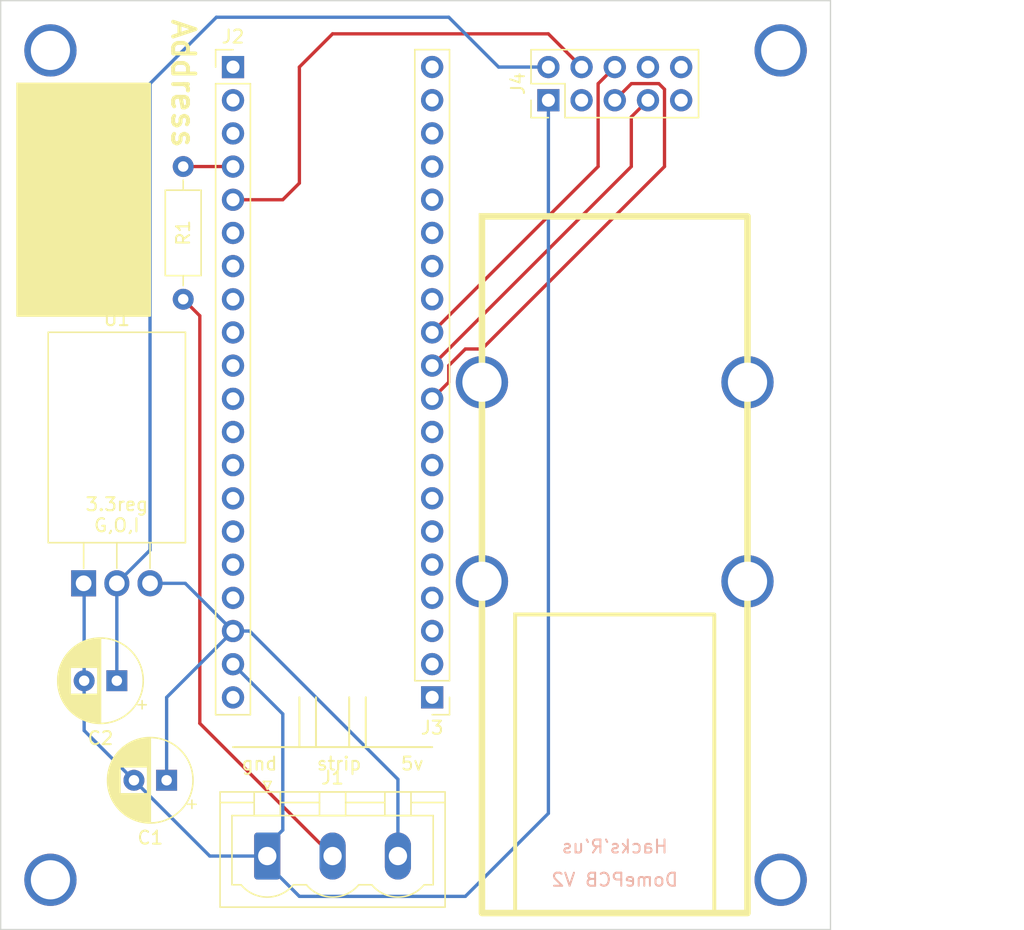
<source format=kicad_pcb>
(kicad_pcb (version 20211014) (generator pcbnew)
  (layers (0 "F.Cu" signal) (31 "B.Cu" signal) (34 "B.Paste" user) (35 "F.Paste" user) (36 "B.SilkS" user "B.Silkscreen") (37 "F.SilkS" user "F.Silkscreen") (38 "B.Mask" user) (39 "F.Mask" user) (44 "Edge.Cuts" user))
  (net 0 "")
  (net 1 "Net-(J1-Pad2)")
  (net 2 "Net-(J2-Pad4)")
  (net 3 "Net-(C1-Pad2)")
  (net 4 "Net-(C2-Pad1)")
  (net 5 "Net-(C1-Pad1)")
  (net 6 "Net-(J3-Pad10)")
  (net 7 "Net-(J3-Pad11)")
  (net 8 "Net-(J3-Pad12)")
  (net 9 "Net-(J2-Pad5)")
  (footprint "Capacitor_THT:CP_Radial_D6.3mm_P2.50mm" (layer "F.Cu") (at 85.09 77.47 180)
    (fp_text reference "C2" (at 1.25 -4.4) (layer "F.SilkS"))
    (fp_text value "C_Polarized_US")
    (fp_line (start 1.85 -3.175) (end 1.85 -1.04) (layer "F.SilkS") (width 0.12))
    (fp_line (start 2.171 -3.098) (end 2.171 -1.04) (layer "F.SilkS") (width 0.12))
    (fp_line (start -1.935241 -2.154) (end -1.935241 -1.524) (layer "F.SilkS") (width 0.12))
    (fp_line (start 1.49 -3.222) (end 1.49 -1.04) (layer "F.SilkS") (width 0.12))
    (fp_line (start 3.571 -2.265) (end 3.571 2.265) (layer "F.SilkS") (width 0.12))
    (fp_line (start 2.651 1.04) (end 2.651 2.916) (layer "F.SilkS") (width 0.12))
    (fp_line (start 2.891 -2.79) (end 2.891 -1.04) (layer "F.SilkS") (width 0.12))
    (fp_line (start 1.41 -3.227) (end 1.41 3.227) (layer "F.SilkS") (width 0.12))
    (fp_line (start 1.971 1.04) (end 1.971 3.15) (layer "F.SilkS") (width 0.12))
    (fp_line (start 2.451 1.04) (end 2.451 3.002) (layer "F.SilkS") (width 0.12))
    (fp_line (start 2.731 -2.876) (end 2.731 -1.04) (layer "F.SilkS") (width 0.12))
    (fp_line (start 1.69 -3.201) (end 1.69 -1.04) (layer "F.SilkS") (width 0.12))
    (fp_line (start 1.77 -3.189) (end 1.77 -1.04) (layer "F.SilkS") (width 0.12))
    (fp_line (start 3.691 -2.137) (end 3.691 2.137) (layer "F.SilkS") (width 0.12))
    (fp_line (start 4.091 -1.581) (end 4.091 1.581) (layer "F.SilkS") (width 0.12))
    (fp_line (start 4.491 -0.402) (end 4.491 0.402) (layer "F.SilkS") (width 0.12))
    (fp_line (start 3.291 -2.516) (end 3.291 -1.04) (layer "F.SilkS") (width 0.12))
    (fp_line (start 1.65 1.04) (end 1.65 3.206) (layer "F.SilkS") (width 0.12))
    (fp_line (start 3.011 -2.716) (end 3.011 -1.04) (layer "F.SilkS") (width 0.12))
    (fp_line (start 3.051 1.04) (end 3.051 2.69) (layer "F.SilkS") (width 0.12))
    (fp_line (start 2.891 1.04) (end 2.891 2.79) (layer "F.SilkS") (width 0.12))
    (fp_line (start 1.29 -3.23) (end 1.29 3.23) (layer "F.SilkS") (width 0.12))
    (fp_line (start 1.73 -3.195) (end 1.73 -1.04) (layer "F.SilkS") (width 0.12))
    (fp_line (start 2.051 1.04) (end 2.051 3.131) (layer "F.SilkS") (width 0.12))
    (fp_line (start 3.891 -1.89) (end 3.891 1.89) (layer "F.SilkS") (width 0.12))
    (fp_line (start 1.61 -3.211) (end 1.61 -1.04) (layer "F.SilkS") (width 0.12))
    (fp_line (start 3.491 -2.343) (end 3.491 -1.04) (layer "F.SilkS") (width 0.12))
    (fp_line (start 3.331 1.04) (end 3.331 2.484) (layer "F.SilkS") (width 0.12))
    (fp_line (start 1.45 -3.224) (end 1.45 3.224) (layer "F.SilkS") (width 0.12))
    (fp_line (start 3.331 -2.484) (end 3.331 -1.04) (layer "F.SilkS") (width 0.12))
    (fp_line (start 2.371 -3.033) (end 2.371 -1.04) (layer "F.SilkS") (width 0.12))
    (fp_line (start 2.611 -2.934) (end 2.611 -1.04) (layer "F.SilkS") (width 0.12))
    (fp_line (start 4.291 -1.165) (end 4.291 1.165) (layer "F.SilkS") (width 0.12))
    (fp_line (start 3.251 -2.548) (end 3.251 -1.04) (layer "F.SilkS") (width 0.12))
    (fp_line (start 3.451 1.04) (end 3.451 2.38) (layer "F.SilkS") (width 0.12))
    (fp_line (start 2.491 1.04) (end 2.491 2.986) (layer "F.SilkS") (width 0.12))
    (fp_line (start 1.89 -3.167) (end 1.89 -1.04) (layer "F.SilkS") (width 0.12))
    (fp_line (start 2.851 1.04) (end 2.851 2.812) (layer "F.SilkS") (width 0.12))
    (fp_line (start 1.81 -3.182) (end 1.81 -1.04) (layer "F.SilkS") (width 0.12))
    (fp_line (start 2.531 -2.97) (end 2.531 -1.04) (layer "F.SilkS") (width 0.12))
    (fp_line (start 2.211 1.04) (end 2.211 3.086) (layer "F.SilkS") (width 0.12))
    (fp_line (start 1.85 1.04) (end 1.85 3.175) (layer "F.SilkS") (width 0.12))
    (fp_line (start 2.451 -3.002) (end 2.451 -1.04) (layer "F.SilkS") (width 0.12))
    (fp_line (start 3.371 1.04) (end 3.371 2.45) (layer "F.SilkS") (width 0.12))
    (fp_line (start 2.811 1.04) (end 2.811 2.834) (layer "F.SilkS") (width 0.12))
    (fp_line (start 2.811 -2.834) (end 2.811 -1.04) (layer "F.SilkS") (width 0.12))
    (fp_line (start 1.971 -3.15) (end 1.971 -1.04) (layer "F.SilkS") (width 0.12))
    (fp_line (start 4.131 -1.509) (end 4.131 1.509) (layer "F.SilkS") (width 0.12))
    (fp_line (start 2.851 -2.812) (end 2.851 -1.04) (layer "F.SilkS") (width 0.12))
    (fp_line (start 2.371 1.04) (end 2.371 3.033) (layer "F.SilkS") (width 0.12))
    (fp_line (start 1.89 1.04) (end 1.89 3.167) (layer "F.SilkS") (width 0.12))
    (fp_line (start 3.451 -2.38) (end 3.451 -1.04) (layer "F.SilkS") (width 0.12))
    (fp_line (start 1.81 1.04) (end 1.81 3.182) (layer "F.SilkS") (width 0.12))
    (fp_line (start 3.771 -2.044) (end 3.771 2.044) (layer "F.SilkS") (width 0.12))
    (fp_line (start 1.25 -3.23) (end 1.25 3.23) (layer "F.SilkS") (width 0.12))
    (fp_line (start 3.131 -2.636) (end 3.131 -1.04) (layer "F.SilkS") (width 0.12))
    (fp_line (start 3.931 -1.834) (end 3.931 1.834) (layer "F.SilkS") (width 0.12))
    (fp_line (start 4.011 -1.714) (end 4.011 1.714) (layer "F.SilkS") (width 0.12))
    (fp_line (start 3.091 -2.664) (end 3.091 -1.04) (layer "F.SilkS") (width 0.12))
    (fp_line (start 2.611 1.04) (end 2.611 2.934) (layer "F.SilkS") (width 0.12))
    (fp_line (start 2.571 -2.952) (end 2.571 -1.04) (layer "F.SilkS") (width 0.12))
    (fp_line (start 2.251 -3.074) (end 2.251 -1.04) (layer "F.SilkS") (width 0.12))
    (fp_line (start 3.251 1.04) (end 3.251 2.548) (layer "F.SilkS") (width 0.12))
    (fp_line (start 2.011 1.04) (end 2.011 3.141) (layer "F.SilkS") (width 0.12))
    (fp_line (start 3.371 -2.45) (end 3.371 -1.04) (layer "F.SilkS") (width 0.12))
    (fp_line (start 1.69 1.04) (end 1.69 3.201) (layer "F.SilkS") (width 0.12))
    (fp_line (start 1.93 -3.159) (end 1.93 -1.04) (layer "F.SilkS") (width 0.12))
    (fp_line (start 3.531 1.04) (end 3.531 2.305) (layer "F.SilkS") (width 0.12))
    (fp_line (start 3.531 -2.305) (end 3.531 -1.04) (layer "F.SilkS") (width 0.12))
    (fp_line (start 1.53 1.04) (end 1.53 3.218) (layer "F.SilkS") (width 0.12))
    (fp_line (start 2.731 1.04) (end 2.731 2.876) (layer "F.SilkS") (width 0.12))
    (fp_line (start 3.211 -2.578) (end 3.211 -1.04) (layer "F.SilkS") (width 0.12))
    (fp_line (start 4.051 -1.65) (end 4.051 1.65) (layer "F.SilkS") (width 0.12))
    (fp_line (start 2.491 -2.986) (end 2.491 -1.04) (layer "F.SilkS") (width 0.12))
    (fp_line (start 2.131 1.04) (end 2.131 3.11) (layer "F.SilkS") (width 0.12))
    (fp_line (start -2.250241 -1.839) (end -1.620241 -1.839) (layer "F.SilkS") (width 0.12))
    (fp_line (start 4.371 -0.94) (end 4.371 0.94) (layer "F.SilkS") (width 0.12))
    (fp_line (start 3.731 -2.092) (end 3.731 2.092) (layer "F.SilkS") (width 0.12))
    (fp_line (start 2.531 1.04) (end 2.531 2.97) (layer "F.SilkS") (width 0.12))
    (fp_line (start 2.931 -2.766) (end 2.931 -1.04) (layer "F.SilkS") (width 0.12))
    (fp_line (start 3.611 -2.224) (end 3.611 2.224) (layer "F.SilkS") (width 0.12))
    (fp_line (start 1.57 -3.215) (end 1.57 -1.04) (layer "F.SilkS") (width 0.12))
    (fp_line (start 1.33 -3.23) (end 1.33 3.23) (layer "F.SilkS") (width 0.12))
    (fp_line (start 2.291 -3.061) (end 2.291 -1.04) (layer "F.SilkS") (width 0.12))
    (fp_line (start 2.131 -3.11) (end 2.131 -1.04) (layer "F.SilkS") (width 0.12))
    (fp_line (start 3.491 1.04) (end 3.491 2.343) (layer "F.SilkS") (width 0.12))
    (fp_line (start 3.211 1.04) (end 3.211 2.578) (layer "F.SilkS") (width 0.12))
    (fp_line (start 4.251 -1.262) (end 4.251 1.262) (layer "F.SilkS") (width 0.12))
    (fp_line (start 2.331 1.04) (end 2.331 3.047) (layer "F.SilkS") (width 0.12))
    (fp_line (start 3.091 1.04) (end 3.091 2.664) (layer "F.SilkS") (width 0.12))
    (fp_line (start 1.37 -3.228) (end 1.37 3.228) (layer "F.SilkS") (width 0.12))
    (fp_line (start 3.011 1.04) (end 3.011 2.716) (layer "F.SilkS") (width 0.12))
    (fp_line (start 2.931 1.04) (end 2.931 2.766) (layer "F.SilkS") (width 0.12))
    (fp_line (start 4.211 -1.35) (end 4.211 1.35) (layer "F.SilkS") (width 0.12))
    (fp_line (start 2.971 1.04) (end 2.971 2.742) (layer "F.SilkS") (width 0.12))
    (fp_line (start 2.411 1.04) (end 2.411 3.018) (layer "F.SilkS") (width 0.12))
    (fp_line (start 2.011 -3.141) (end 2.011 -1.04) (layer "F.SilkS") (width 0.12))
    (fp_line (start 2.971 -2.742) (end 2.971 -1.04) (layer "F.SilkS") (width 0.12))
    (fp_line (start 1.61 1.04) (end 1.61 3.211) (layer "F.SilkS") (width 0.12))
    (fp_line (start 1.65 -3.206) (end 1.65 -1.04) (layer "F.SilkS") (width 0.12))
    (fp_line (start 3.411 1.04) (end 3.411 2.416) (layer "F.SilkS") (width 0.12))
    (fp_line (start 1.77 1.04) (end 1.77 3.189) (layer "F.SilkS") (width 0.12))
    (fp_line (start 2.651 -2.916) (end 2.651 -1.04) (layer "F.SilkS") (width 0.12))
    (fp_line (start 1.93 1.04) (end 1.93 3.159) (layer "F.SilkS") (width 0.12))
    (fp_line (start 1.73 1.04) (end 1.73 3.195) (layer "F.SilkS") (width 0.12))
    (fp_line (start 3.171 1.04) (end 3.171 2.607) (layer "F.SilkS") (width 0.12))
    (fp_line (start 2.771 1.04) (end 2.771 2.856) (layer "F.SilkS") (width 0.12))
    (fp_line (start 2.051 -3.131) (end 2.051 -1.04) (layer "F.SilkS") (width 0.12))
    (fp_line (start 2.411 -3.018) (end 2.411 -1.04) (layer "F.SilkS") (width 0.12))
    (fp_line (start 3.851 -1.944) (end 3.851 1.944) (layer "F.SilkS") (width 0.12))
    (fp_line (start 2.091 -3.121) (end 2.091 -1.04) (layer "F.SilkS") (width 0.12))
    (fp_line (start 2.691 -2.896) (end 2.691 -1.04) (layer "F.SilkS") (width 0.12))
    (fp_line (start 2.091 1.04) (end 2.091 3.121) (layer "F.SilkS") (width 0.12))
    (fp_line (start 1.49 1.04) (end 1.49 3.222) (layer "F.SilkS") (width 0.12))
    (fp_line (start 2.251 1.04) (end 2.251 3.074) (layer "F.SilkS") (width 0.12))
    (fp_line (start 2.691 1.04) (end 2.691 2.896) (layer "F.SilkS") (width 0.12))
    (fp_line (start 3.131 1.04) (end 3.131 2.636) (layer "F.SilkS") (width 0.12))
    (fp_line (start 1.53 -3.218) (end 1.53 -1.04) (layer "F.SilkS") (width 0.12))
    (fp_line (start 4.171 -1.432) (end 4.171 1.432) (layer "F.SilkS") (width 0.12))
    (fp_line (start 3.651 -2.182) (end 3.651 2.182) (layer "F.SilkS") (width 0.12))
    (fp_line (start 4.331 -1.059) (end 4.331 1.059) (layer "F.SilkS") (width 0.12))
    (fp_line (start 2.331 -3.047) (end 2.331 -1.04) (layer "F.SilkS") (width 0.12))
    (fp_line (start 3.051 -2.69) (end 3.051 -1.04) (layer "F.SilkS") (width 0.12))
    (fp_line (start 2.171 1.04) (end 2.171 3.098) (layer "F.SilkS") (width 0.12))
    (fp_line (start 3.971 -1.776) (end 3.971 1.776) (layer "F.SilkS") (width 0.12))
    (fp_line (start 3.171 -2.607) (end 3.171 -1.04) (layer "F.SilkS") (width 0.12))
    (fp_line (start 2.571 1.04) (end 2.571 2.952) (layer "F.SilkS") (width 0.12))
    (fp_line (start 1.57 1.04) (end 1.57 3.215) (layer "F.SilkS") (width 0.12))
    (fp_line (start 3.291 1.04) (end 3.291 2.516) (layer "F.SilkS") (width 0.12))
    (fp_line (start 4.451 -0.633) (end 4.451 0.633) (layer "F.SilkS") (width 0.12))
    (fp_line (start 4.411 -0.802) (end 4.411 0.802) (layer "F.SilkS") (width 0.12))
    (fp_line (start 3.811 -1.995) (end 3.811 1.995) (layer "F.SilkS") (width 0.12))
    (fp_line (start 2.771 -2.856) (end 2.771 -1.04) (layer "F.SilkS") (width 0.12))
    (fp_line (start 3.411 -2.416) (end 3.411 -1.04) (layer "F.SilkS") (width 0.12))
    (fp_line (start 2.291 1.04) (end 2.291 3.061) (layer "F.SilkS") (width 0.12))
    (fp_line (start 2.211 -3.086) (end 2.211 -1.04) (layer "F.SilkS") (width 0.12))
    (fp_circle (center 1.25 0) (end 4.52 0) (layer "F.SilkS") (width 0.12) (fill none))
    (pad "1" thru_hole rect (at 0 0 180) (size 1.6 1.6) (drill 0.8) (layers *.Cu *.Mask) (net 4 "Net-(C2-Pad1)"))
    (pad "2" thru_hole circle (at 2.5 0 180) (size 1.6 1.6) (drill 0.8) (layers *.Cu *.Mask) (net 3 "Net-(C1-Pad2)"))
  )
  (footprint "Package_TO_SOT_THT:TO-220F-3_Horizontal_TabDown" (layer "F.Cu") (at 82.55 70.01)
    (fp_text reference "U1" (at 2.54 -20.22) (layer "F.SilkS"))
    (fp_text value "LD33CV")
    (fp_line (start 5.08 -3.11) (end 5.08 -1.15) (layer "F.SilkS") (width 0.12))
    (fp_line (start 0 -3.11) (end 0 -1.15) (layer "F.SilkS") (width 0.12))
    (fp_line (start -2.71 -19.22) (end 7.79 -19.22) (layer "F.SilkS") (width 0.12))
    (fp_line (start 2.54 -3.11) (end 2.54 -1.15) (layer "F.SilkS") (width 0.12))
    (fp_line (start -2.71 -3.11) (end 7.79 -3.11) (layer "F.SilkS") (width 0.12))
    (fp_line (start 7.79 -19.22) (end 7.79 -3.11) (layer "F.SilkS") (width 0.12))
    (fp_line (start -2.71 -19.22) (end -2.71 -3.11) (layer "F.SilkS") (width 0.12))
    (pad "" np_thru_hole oval (at 2.54 -15.8) (size 3.5 3.5) (drill 3.5) (layers *.Cu *.Mask))
    (pad "1" thru_hole rect (at 0 0) (size 1.905 2) (drill 1.2) (layers *.Cu *.Mask) (net 3 "Net-(C1-Pad2)"))
    (pad "2" thru_hole oval (at 2.54 0) (size 1.905 2) (drill 1.2) (layers *.Cu *.Mask) (net 4 "Net-(C2-Pad1)"))
    (pad "3" thru_hole oval (at 5.08 0) (size 1.905 2) (drill 1.2) (layers *.Cu *.Mask) (net 5 "Net-(C1-Pad1)"))
  )
  (footprint "Connector_PinHeader_2.54mm:PinHeader_1x20_P2.54mm_Vertical" (layer "F.Cu") (at 109.22 78.74 180)
    (fp_text reference "J3" (at 0 -2.33) (layer "F.SilkS"))
    (fp_text value "Conn_01x20")
    (fp_line (start -1.33 49.59) (end 1.33 49.59) (layer "F.SilkS") (width 0.12))
    (fp_line (start -1.33 0) (end -1.33 -1.33) (layer "F.SilkS") (width 0.12))
    (fp_line (start -1.33 1.27) (end 1.33 1.27) (layer "F.SilkS") (width 0.12))
    (fp_line (start 1.33 1.27) (end 1.33 49.59) (layer "F.SilkS") (width 0.12))
    (fp_line (start -1.33 -1.33) (end 0 -1.33) (layer "F.SilkS") (width 0.12))
    (fp_line (start -1.33 1.27) (end -1.33 49.59) (layer "F.SilkS") (width 0.12))
    (pad "1" thru_hole rect (at 0 0 180) (size 1.7 1.7) (drill 1) (layers *.Cu *.Mask))
    (pad "2" thru_hole oval (at 0 2.54 180) (size 1.7 1.7) (drill 1) (layers *.Cu *.Mask))
    (pad "3" thru_hole oval (at 0 5.08 180) (size 1.7 1.7) (drill 1) (layers *.Cu *.Mask))
    (pad "4" thru_hole oval (at 0 7.62 180) (size 1.7 1.7) (drill 1) (layers *.Cu *.Mask))
    (pad "5" thru_hole oval (at 0 10.16 180) (size 1.7 1.7) (drill 1) (layers *.Cu *.Mask))
    (pad "6" thru_hole oval (at 0 12.7 180) (size 1.7 1.7) (drill 1) (layers *.Cu *.Mask))
    (pad "7" thru_hole oval (at 0 15.24 180) (size 1.7 1.7) (drill 1) (layers *.Cu *.Mask))
    (pad "8" thru_hole oval (at 0 17.78 180) (size 1.7 1.7) (drill 1) (layers *.Cu *.Mask))
    (pad "9" thru_hole oval (at 0 20.32 180) (size 1.7 1.7) (drill 1) (layers *.Cu *.Mask))
    (pad "10" thru_hole oval (at 0 22.86 180) (size 1.7 1.7) (drill 1) (layers *.Cu *.Mask) (net 6 "Net-(J3-Pad10)"))
    (pad "11" thru_hole oval (at 0 25.4 180) (size 1.7 1.7) (drill 1) (layers *.Cu *.Mask) (net 7 "Net-(J3-Pad11)"))
    (pad "12" thru_hole oval (at 0 27.94 180) (size 1.7 1.7) (drill 1) (layers *.Cu *.Mask) (net 8 "Net-(J3-Pad12)"))
    (pad "13" thru_hole oval (at 0 30.48 180) (size 1.7 1.7) (drill 1) (layers *.Cu *.Mask))
    (pad "14" thru_hole oval (at 0 33.02 180) (size 1.7 1.7) (drill 1) (layers *.Cu *.Mask))
    (pad "15" thru_hole oval (at 0 35.56 180) (size 1.7 1.7) (drill 1) (layers *.Cu *.Mask))
    (pad "16" thru_hole oval (at 0 38.1 180) (size 1.7 1.7) (drill 1) (layers *.Cu *.Mask))
    (pad "17" thru_hole oval (at 0 40.64 180) (size 1.7 1.7) (drill 1) (layers *.Cu *.Mask))
    (pad "18" thru_hole oval (at 0 43.18 180) (size 1.7 1.7) (drill 1) (layers *.Cu *.Mask))
    (pad "19" thru_hole oval (at 0 45.72 180) (size 1.7 1.7) (drill 1) (layers *.Cu *.Mask))
    (pad "20" thru_hole oval (at 0 48.26 180) (size 1.7 1.7) (drill 1) (layers *.Cu *.Mask))
  )
  (footprint "Capacitor_THT:CP_Radial_D6.3mm_P2.50mm" (layer "F.Cu") (at 88.9 85.09 180)
    (fp_text reference "C1" (at 1.25 -4.4) (layer "F.SilkS"))
    (fp_text value "C_Polarized_US")
    (fp_line (start 1.93 -3.159) (end 1.93 -1.04) (layer "F.SilkS") (width 0.12))
    (fp_line (start 1.73 1.04) (end 1.73 3.195) (layer "F.SilkS") (width 0.12))
    (fp_line (start 1.65 1.04) (end 1.65 3.206) (layer "F.SilkS") (width 0.12))
    (fp_line (start 3.091 1.04) (end 3.091 2.664) (layer "F.SilkS") (width 0.12))
    (fp_line (start 1.85 1.04) (end 1.85 3.175) (layer "F.SilkS") (width 0.12))
    (fp_line (start 2.531 -2.97) (end 2.531 -1.04) (layer "F.SilkS") (width 0.12))
    (fp_line (start 1.89 -3.167) (end 1.89 -1.04) (layer "F.SilkS") (width 0.12))
    (fp_line (start 1.25 -3.23) (end 1.25 3.23) (layer "F.SilkS") (width 0.12))
    (fp_line (start 2.451 1.04) (end 2.451 3.002) (layer "F.SilkS") (width 0.12))
    (fp_line (start 3.011 1.04) (end 3.011 2.716) (layer "F.SilkS") (width 0.12))
    (fp_line (start 1.45 -3.224) (end 1.45 3.224) (layer "F.SilkS") (width 0.12))
    (fp_line (start 3.251 1.04) (end 3.251 2.548) (layer "F.SilkS") (width 0.12))
    (fp_line (start 2.731 1.04) (end 2.731 2.876) (layer "F.SilkS") (width 0.12))
    (fp_line (start 3.331 -2.484) (end 3.331 -1.04) (layer "F.SilkS") (width 0.12))
    (fp_line (start 2.491 -2.986) (end 2.491 -1.04) (layer "F.SilkS") (width 0.12))
    (fp_line (start 2.891 1.04) (end 2.891 2.79) (layer "F.SilkS") (width 0.12))
    (fp_line (start 1.77 1.04) (end 1.77 3.189) (layer "F.SilkS") (width 0.12))
    (fp_line (start 4.171 -1.432) (end 4.171 1.432) (layer "F.SilkS") (width 0.12))
    (fp_line (start -2.250241 -1.839) (end -1.620241 -1.839) (layer "F.SilkS") (width 0.12))
    (fp_line (start 2.771 1.04) (end 2.771 2.856) (layer "F.SilkS") (width 0.12))
    (fp_line (start 2.091 -3.121) (end 2.091 -1.04) (layer "F.SilkS") (width 0.12))
    (fp_line (start 2.171 1.04) (end 2.171 3.098) (layer "F.SilkS") (width 0.12))
    (fp_line (start 1.41 -3.227) (end 1.41 3.227) (layer "F.SilkS") (width 0.12))
    (fp_line (start 2.491 1.04) (end 2.491 2.986) (layer "F.SilkS") (width 0.12))
    (fp_line (start 4.211 -1.35) (end 4.211 1.35) (layer "F.SilkS") (width 0.12))
    (fp_line (start 3.211 -2.578) (end 3.211 -1.04) (layer "F.SilkS") (width 0.12))
    (fp_line (start 2.651 1.04) (end 2.651 2.916) (layer "F.SilkS") (width 0.12))
    (fp_line (start 3.051 -2.69) (end 3.051 -1.04) (layer "F.SilkS") (width 0.12))
    (fp_line (start 3.371 1.04) (end 3.371 2.45) (layer "F.SilkS") (width 0.12))
    (fp_line (start 3.891 -1.89) (end 3.891 1.89) (layer "F.SilkS") (width 0.12))
    (fp_line (start 3.011 -2.716) (end 3.011 -1.04) (layer "F.SilkS") (width 0.12))
    (fp_line (start 2.371 -3.033) (end 2.371 -1.04) (layer "F.SilkS") (width 0.12))
    (fp_line (start 2.891 -2.79) (end 2.891 -1.04) (layer "F.SilkS") (width 0.12))
    (fp_line (start 2.291 1.04) (end 2.291 3.061) (layer "F.SilkS") (width 0.12))
    (fp_line (start 2.691 -2.896) (end 2.691 -1.04) (layer "F.SilkS") (width 0.12))
    (fp_line (start 2.691 1.04) (end 2.691 2.896) (layer "F.SilkS") (width 0.12))
    (fp_line (start 2.771 -2.856) (end 2.771 -1.04) (layer "F.SilkS") (width 0.12))
    (fp_line (start 2.971 -2.742) (end 2.971 -1.04) (layer "F.SilkS") (width 0.12))
    (fp_line (start 3.451 1.04) (end 3.451 2.38) (layer "F.SilkS") (width 0.12))
    (fp_line (start 2.531 1.04) (end 2.531 2.97) (layer "F.SilkS") (width 0.12))
    (fp_line (start 3.091 -2.664) (end 3.091 -1.04) (layer "F.SilkS") (width 0.12))
    (fp_line (start 3.851 -1.944) (end 3.851 1.944) (layer "F.SilkS") (width 0.12))
    (fp_line (start 2.331 1.04) (end 2.331 3.047) (layer "F.SilkS") (width 0.12))
    (fp_line (start 4.451 -0.633) (end 4.451 0.633) (layer "F.SilkS") (width 0.12))
    (fp_line (start -1.935241 -2.154) (end -1.935241 -1.524) (layer "F.SilkS") (width 0.12))
    (fp_line (start 1.69 -3.201) (end 1.69 -1.04) (layer "F.SilkS") (width 0.12))
    (fp_line (start 4.491 -0.402) (end 4.491 0.402) (layer "F.SilkS") (width 0.12))
    (fp_line (start 2.651 -2.916) (end 2.651 -1.04) (layer "F.SilkS") (width 0.12))
    (fp_line (start 2.131 1.04) (end 2.131 3.11) (layer "F.SilkS") (width 0.12))
    (fp_line (start 1.81 1.04) (end 1.81 3.182) (layer "F.SilkS") (width 0.12))
    (fp_line (start 1.93 1.04) (end 1.93 3.159) (layer "F.SilkS") (width 0.12))
    (fp_line (start 2.931 1.04) (end 2.931 2.766) (layer "F.SilkS") (width 0.12))
    (fp_line (start 1.53 -3.218) (end 1.53 -1.04) (layer "F.SilkS") (width 0.12))
    (fp_line (start 1.61 -3.211) (end 1.61 -1.04) (layer "F.SilkS") (width 0.12))
    (fp_line (start 2.851 -2.812) (end 2.851 -1.04) (layer "F.SilkS") (width 0.12))
    (fp_line (start 3.331 1.04) (end 3.331 2.484) (layer "F.SilkS") (width 0.12))
    (fp_line (start 2.211 1.04) (end 2.211 3.086) (layer "F.SilkS") (width 0.12))
    (fp_line (start 2.571 -2.952) (end 2.571 -1.04) (layer "F.SilkS") (width 0.12))
    (fp_line (start 2.051 -3.131) (end 2.051 -1.04) (layer "F.SilkS") (width 0.12))
    (fp_line (start 2.811 -2.834) (end 2.811 -1.04) (layer "F.SilkS") (width 0.12))
    (fp_line (start 1.69 1.04) (end 1.69 3.201) (layer "F.SilkS") (width 0.12))
    (fp_line (start 1.971 1.04) (end 1.971 3.15) (layer "F.SilkS") (width 0.12))
    (fp_line (start 4.291 -1.165) (end 4.291 1.165) (layer "F.SilkS") (width 0.12))
    (fp_line (start 3.131 -2.636) (end 3.131 -1.04) (layer "F.SilkS") (width 0.12))
    (fp_line (start 4.051 -1.65) (end 4.051 1.65) (layer "F.SilkS") (width 0.12))
    (fp_line (start 3.411 1.04) (end 3.411 2.416) (layer "F.SilkS") (width 0.12))
    (fp_line (start 3.971 -1.776) (end 3.971 1.776) (layer "F.SilkS") (width 0.12))
    (fp_line (start 2.851 1.04) (end 2.851 2.812) (layer "F.SilkS") (width 0.12))
    (fp_line (start 1.81 -3.182) (end 1.81 -1.04) (layer "F.SilkS") (width 0.12))
    (fp_line (start 4.011 -1.714) (end 4.011 1.714) (layer "F.SilkS") (width 0.12))
    (fp_line (start 1.57 1.04) (end 1.57 3.215) (layer "F.SilkS") (width 0.12))
    (fp_line (start 2.731 -2.876) (end 2.731 -1.04) (layer "F.SilkS") (width 0.12))
    (fp_line (start 1.73 -3.195) (end 1.73 -1.04) (layer "F.SilkS") (width 0.12))
    (fp_line (start 1.971 -3.15) (end 1.971 -1.04) (layer "F.SilkS") (width 0.12))
    (fp_line (start 1.49 -3.222) (end 1.49 -1.04) (layer "F.SilkS") (width 0.12))
    (fp_line (start 2.131 -3.11) (end 2.131 -1.04) (layer "F.SilkS") (width 0.12))
    (fp_line (start 3.811 -1.995) (end 3.811 1.995) (layer "F.SilkS") (width 0.12))
    (fp_line (start 4.371 -0.94) (end 4.371 0.94) (layer "F.SilkS") (width 0.12))
    (fp_line (start 2.611 -2.934) (end 2.611 -1.04) (layer "F.SilkS") (width 0.12))
    (fp_line (start 3.571 -2.265) (end 3.571 2.265) (layer "F.SilkS") (width 0.12))
    (fp_line (start 2.251 -3.074) (end 2.251 -1.04) (layer "F.SilkS") (width 0.12))
    (fp_line (start 3.531 -2.305) (end 3.531 -1.04) (layer "F.SilkS") (width 0.12))
    (fp_line (start 2.371 1.04) (end 2.371 3.033) (layer "F.SilkS") (width 0.12))
    (fp_line (start 4.131 -1.509) (end 4.131 1.509) (layer "F.SilkS") (width 0.12))
    (fp_line (start 3.131 1.04) (end 3.131 2.636) (layer "F.SilkS") (width 0.12))
    (fp_line (start 3.451 -2.38) (end 3.451 -1.04) (layer "F.SilkS") (width 0.12))
    (fp_line (start 1.57 -3.215) (end 1.57 -1.04) (layer "F.SilkS") (width 0.12))
    (fp_line (start 3.051 1.04) (end 3.051 2.69) (layer "F.SilkS") (width 0.12))
    (fp_line (start 3.531 1.04) (end 3.531 2.305) (layer "F.SilkS") (width 0.12))
    (fp_line (start 3.771 -2.044) (end 3.771 2.044) (layer "F.SilkS") (width 0.12))
    (fp_line (start 3.611 -2.224) (end 3.611 2.224) (layer "F.SilkS") (width 0.12))
    (fp_line (start 3.371 -2.45) (end 3.371 -1.04) (layer "F.SilkS") (width 0.12))
    (fp_line (start 3.171 -2.607) (end 3.171 -1.04) (layer "F.SilkS") (width 0.12))
    (fp_line (start 2.811 1.04) (end 2.811 2.834) (layer "F.SilkS") (width 0.12))
    (fp_line (start 3.491 -2.343) (end 3.491 -1.04) (layer "F.SilkS") (width 0.12))
    (fp_line (start 1.65 -3.206) (end 1.65 -1.04) (layer "F.SilkS") (width 0.12))
    (fp_line (start 2.211 -3.086) (end 2.211 -1.04) (layer "F.SilkS") (width 0.12))
    (fp_line (start 3.211 1.04) (end 3.211 2.578) (layer "F.SilkS") (width 0.12))
    (fp_line (start 3.251 -2.548) (end 3.251 -1.04) (layer "F.SilkS") (width 0.12))
    (fp_line (start 2.451 -3.002) (end 2.451 -1.04) (layer "F.SilkS") (width 0.12))
    (fp_line (start 2.971 1.04) (end 2.971 2.742) (layer "F.SilkS") (width 0.12))
    (fp_line (start 3.291 1.04) (end 3.291 2.516) (layer "F.SilkS") (width 0.12))
    (fp_line (start 2.331 -3.047) (end 2.331 -1.04) (layer "F.SilkS") (width 0.12))
    (fp_line (start 3.731 -2.092) (end 3.731 2.092) (layer "F.SilkS") (width 0.12))
    (fp_line (start 3.691 -2.137) (end 3.691 2.137) (layer "F.SilkS") (width 0.12))
    (fp_line (start 1.29 -3.23) (end 1.29 3.23) (layer "F.SilkS") (width 0.12))
    (fp_line (start 2.611 1.04) (end 2.611 2.934) (layer "F.SilkS") (width 0.12))
    (fp_line (start 2.091 1.04) (end 2.091 3.121) (layer "F.SilkS") (width 0.12))
    (fp_line (start 3.931 -1.834) (end 3.931 1.834) (layer "F.SilkS") (width 0.12))
    (fp_line (start 3.291 -2.516) (end 3.291 -1.04) (layer "F.SilkS") (width 0.12))
    (fp_line (start 1.53 1.04) (end 1.53 3.218) (layer "F.SilkS") (width 0.12))
    (fp_line (start 2.011 1.04) (end 2.011 3.141) (layer "F.SilkS") (width 0.12))
    (fp_line (start 3.411 -2.416) (end 3.411 -1.04) (layer "F.SilkS") (width 0.12))
    (fp_line (start 2.171 -3.098) (end 2.171 -1.04) (layer "F.SilkS") (width 0.12))
    (fp_line (start 2.051 1.04) (end 2.051 3.131) (layer "F.SilkS") (width 0.12))
    (fp_line (start 4.411 -0.802) (end 4.411 0.802) (layer "F.SilkS") (width 0.12))
    (fp_line (start 2.291 -3.061) (end 2.291 -1.04) (layer "F.SilkS") (width 0.12))
    (fp_line (start 4.331 -1.059) (end 4.331 1.059) (layer "F.SilkS") (width 0.12))
    (fp_line (start 2.931 -2.766) (end 2.931 -1.04) (layer "F.SilkS") (width 0.12))
    (fp_line (start 1.89 1.04) (end 1.89 3.167) (layer "F.SilkS") (width 0.12))
    (fp_line (start 1.37 -3.228) (end 1.37 3.228) (layer "F.SilkS") (width 0.12))
    (fp_line (start 1.33 -3.23) (end 1.33 3.23) (layer "F.SilkS") (width 0.12))
    (fp_line (start 3.491 1.04) (end 3.491 2.343) (layer "F.SilkS") (width 0.12))
    (fp_line (start 2.571 1.04) (end 2.571 2.952) (layer "F.SilkS") (width 0.12))
    (fp_line (start 4.091 -1.581) (end 4.091 1.581) (layer "F.SilkS") (width 0.12))
    (fp_line (start 3.651 -2.182) (end 3.651 2.182) (layer "F.SilkS") (width 0.12))
    (fp_line (start 1.49 1.04) (end 1.49 3.222) (layer "F.SilkS") (width 0.12))
    (fp_line (start 4.251 -1.262) (end 4.251 1.262) (layer "F.SilkS") (width 0.12))
    (fp_line (start 1.77 -3.189) (end 1.77 -1.04) (layer "F.SilkS") (width 0.12))
    (fp_line (start 2.411 -3.018) (end 2.411 -1.04) (layer "F.SilkS") (width 0.12))
    (fp_line (start 1.85 -3.175) (end 1.85 -1.04) (layer "F.SilkS") (width 0.12))
    (fp_line (start 2.411 1.04) (end 2.411 3.018) (layer "F.SilkS") (width 0.12))
    (fp_line (start 1.61 1.04) (end 1.61 3.211) (layer "F.SilkS") (width 0.12))
    (fp_line (start 2.011 -3.141) (end 2.011 -1.04) (layer "F.SilkS") (width 0.12))
    (fp_line (start 3.171 1.04) (end 3.171 2.607) (layer "F.SilkS") (width 0.12))
    (fp_line (start 2.251 1.04) (end 2.251 3.074) (layer "F.SilkS") (width 0.12))
    (fp_circle (center 1.25 0) (end 4.52 0) (layer "F.SilkS") (width 0.12) (fill none))
    (pad "1" thru_hole rect (at 0 0 180) (size 1.6 1.6) (drill 0.8) (layers *.Cu *.Mask) (net 5 "Net-(C1-Pad1)"))
    (pad "2" thru_hole circle (at 2.5 0 180) (size 1.6 1.6) (drill 0.8) (layers *.Cu *.Mask) (net 3 "Net-(C1-Pad2)"))
  )
  (footprint "Connector_PinHeader_2.54mm:PinHeader_2x05_P2.54mm_Vertical" (layer "F.Cu") (at 118.115 33.025 90)
    (fp_text reference "J4" (at 1.27 -2.33 90) (layer "F.SilkS"))
    (fp_text value "Conn_02x05")
    (fp_line (start -1.33 1.27) (end 1.27 1.27) (layer "F.SilkS") (width 0.12))
    (fp_line (start 1.27 1.27) (end 1.27 -1.33) (layer "F.SilkS") (width 0.12))
    (fp_line (start 3.87 -1.33) (end 3.87 11.49) (layer "F.SilkS") (width 0.12))
    (fp_line (start -1.33 0) (end -1.33 -1.33) (layer "F.SilkS") (width 0.12))
    (fp_line (start -1.33 1.27) (end -1.33 11.49) (layer "F.SilkS") (width 0.12))
    (fp_line (start 1.27 -1.33) (end 3.87 -1.33) (layer "F.SilkS") (width 0.12))
    (fp_line (start -1.33 11.49) (end 3.87 11.49) (layer "F.SilkS") (width 0.12))
    (fp_line (start -1.33 -1.33) (end 0 -1.33) (layer "F.SilkS") (width 0.12))
    (pad "1" thru_hole rect (at 0 0 90) (size 1.7 1.7) (drill 1) (layers *.Cu *.Mask) (net 3 "Net-(C1-Pad2)"))
    (pad "2" thru_hole oval (at 2.54 0 90) (size 1.7 1.7) (drill 1) (layers *.Cu *.Mask) (net 4 "Net-(C2-Pad1)"))
    (pad "3" thru_hole oval (at 0 2.54 90) (size 1.7 1.7) (drill 1) (layers *.Cu *.Mask))
    (pad "4" thru_hole oval (at 2.54 2.54 90) (size 1.7 1.7) (drill 1) (layers *.Cu *.Mask) (net 9 "Net-(J2-Pad5)"))
    (pad "5" thru_hole oval (at 0 5.08 90) (size 1.7 1.7) (drill 1) (layers *.Cu *.Mask) (net 6 "Net-(J3-Pad10)"))
    (pad "6" thru_hole oval (at 2.54 5.08 90) (size 1.7 1.7) (drill 1) (layers *.Cu *.Mask) (net 8 "Net-(J3-Pad12)"))
    (pad "7" thru_hole oval (at 0 7.62 90) (size 1.7 1.7) (drill 1) (layers *.Cu *.Mask) (net 7 "Net-(J3-Pad11)"))
    (pad "8" thru_hole oval (at 2.54 7.62 90) (size 1.7 1.7) (drill 1) (layers *.Cu *.Mask))
    (pad "9" thru_hole oval (at 0 10.16 90) (size 1.7 1.7) (drill 1) (layers *.Cu *.Mask))
    (pad "10" thru_hole oval (at 2.54 10.16 90) (size 1.7 1.7) (drill 1) (layers *.Cu *.Mask))
  )
  (footprint "Connector_Phoenix_MSTB:PhoenixContact_MSTBVA_2,5_3-G_1x03_P5.00mm_Vertical" (layer "F.Cu") (at 96.6 90.8925)
    (fp_text reference "J1" (at 5 -6) (layer "F.SilkS"))
    (fp_text value "Conn_01x03_Female")
    (fp_line (start 0.3 -5.71) (end 0 -5.11) (layer "F.SilkS") (width 0.12))
    (fp_line (start 12.7 2.2) (end 12 2.2) (layer "F.SilkS") (width 0.12))
    (fp_line (start 4 -3.1) (end 4 -4.91) (layer "F.SilkS") (width 0.12))
    (fp_line (start 4 -4.91) (end 6 -4.91) (layer "F.SilkS") (width 0.12))
    (fp_line (start -3.61 -4.1) (end -1.11 -4.1) (layer "F.SilkS") (width 0.12))
    (fp_line (start 13.61 -4.91) (end -3.61 -4.91) (layer "F.SilkS") (width 0.12))
    (fp_line (start 13.61 3.91) (end 13.61 -4.91) (layer "F.SilkS") (width 0.12))
    (fp_line (start -1 -3.1) (end -1 -4.91) (layer "F.SilkS") (width 0.12))
    (fp_line (start -2 2.2) (end -2.7 2.2) (layer "F.SilkS") (width 0.12))
    (fp_line (start 0 -5.11) (end -0.3 -5.71) (layer "F.SilkS") (width 0.12))
    (fp_line (start 1 -4.91) (end 1 -3.1) (layer "F.SilkS") (width 0.12))
    (fp_line (start 12.7 -3.1) (end 12.7 2.2) (layer "F.SilkS") (width 0.12))
    (fp_line (start 7 2.2) (end 8 2.2) (layer "F.SilkS") (width 0.12))
    (fp_line (start -2.7 -3.1) (end 12.7 -3.1) (layer "F.SilkS") (width 0.12))
    (fp_line (start 2 2.2) (end 3 2.2) (layer "F.SilkS") (width 0.12))
    (fp_line (start -1 -4.91) (end 1 -4.91) (layer "F.SilkS") (width 0.12))
    (fp_line (start 11 -4.91) (end 11 -3.1) (layer "F.SilkS") (width 0.12))
    (fp_line (start 13.61 -4.1) (end 11.11 -4.1) (layer "F.SilkS") (width 0.12))
    (fp_line (start -3.61 3.91) (end 13.61 3.91) (layer "F.SilkS") (width 0.12))
    (fp_line (start -0.3 -5.71) (end 0.3 -5.71) (layer "F.SilkS") (width 0.12))
    (fp_line (start 6 -4.1) (end 9 -4.1) (layer "F.SilkS") (width 0.12))
    (fp_line (start -2.7 2.2) (end -2.7 -3.1) (layer "F.SilkS") (width 0.12))
    (fp_line (start 9 -3.1) (end 9 -4.91) (layer "F.SilkS") (width 0.12))
    (fp_line (start 9 -4.91) (end 11 -4.91) (layer "F.SilkS") (width 0.12))
    (fp_line (start 6 -3.1) (end 4 -3.1) (layer "F.SilkS") (width 0.12))
    (fp_line (start 11 -3.1) (end 9 -3.1) (layer "F.SilkS") (width 0.12))
    (fp_line (start 6 -4.91) (end 6 -3.1) (layer "F.SilkS") (width 0.12))
    (fp_line (start -3.61 -4.91) (end -3.61 3.91) (layer "F.SilkS") (width 0.12))
    (fp_line (start 1 -3.1) (end -1 -3.1) (layer "F.SilkS") (width 0.12))
    (fp_line (start 1 -4.1) (end 4 -4.1) (layer "F.SilkS") (width 0.12))
    (fp_arc (start 1.986842 2.215821) (mid -0.010289 3.142758) (end -2 2.2) (layer "F.SilkS") (width 0.12))
    (fp_arc (start 6.986842 2.215821) (mid 4.989711 3.142758) (end 3 2.2) (layer "F.SilkS") (width 0.12))
    (fp_arc (start 11.986842 2.215821) (mid 9.989711 3.142758) (end 8 2.2) (layer "F.SilkS") (width 0.12))
    (pad "1" thru_hole roundrect (at 0 0) (size 2 3.6) (drill 1.4) (layers *.Cu *.Mask) (roundrect_rratio 0.125) (net 3 "Net-(C1-Pad2)"))
    (pad "2" thru_hole oval (at 5 0) (size 2 3.6) (drill 1.4) (layers *.Cu *.Mask) (net 1 "Net-(J1-Pad2)"))
    (pad "3" thru_hole oval (at 10 0) (size 2 3.6) (drill 1.4) (layers *.Cu *.Mask) (net 5 "Net-(C1-Pad1)"))
  )
  (footprint "Resistor_THT:R_Axial_DIN0207_L6.3mm_D2.5mm_P10.16mm_Horizontal" (layer "F.Cu") (at 90.17 48.26 90)
    (fp_text reference "R1" (at 5.08 0 90) (layer "F.SilkS"))
    (fp_text value "R")
    (fp_line (start 1.81 -1.37) (end 1.81 1.37) (layer "F.SilkS") (width 0.12))
    (fp_line (start 8.35 1.37) (end 8.35 -1.37) (layer "F.SilkS") (width 0.12))
    (fp_line (start 9.12 0) (end 8.35 0) (layer "F.SilkS") (width 0.12))
    (fp_line (start 8.35 -1.37) (end 1.81 -1.37) (layer "F.SilkS") (width 0.12))
    (fp_line (start 1.04 0) (end 1.81 0) (layer "F.SilkS") (width 0.12))
    (fp_line (start 1.81 1.37) (end 8.35 1.37) (layer "F.SilkS") (width 0.12))
    (pad "1" thru_hole circle (at 0 0 90) (size 1.6 1.6) (drill 0.8) (layers *.Cu *.Mask) (net 1 "Net-(J1-Pad2)"))
    (pad "2" thru_hole oval (at 10.16 0 90) (size 1.6 1.6) (drill 0.8) (layers *.Cu *.Mask) (net 2 "Net-(J2-Pad4)"))
  )
  (footprint "Connector_PinHeader_2.54mm:PinHeader_1x20_P2.54mm_Vertical" (layer "F.Cu") (at 93.98 30.485)
    (fp_text reference "J2" (at 0 -2.33) (layer "F.SilkS"))
    (fp_text value "Conn_01x20")
    (fp_line (start -1.33 49.59) (end 1.33 49.59) (layer "F.SilkS") (width 0.12))
    (fp_line (start -1.33 0) (end -1.33 -1.33) (layer "F.SilkS") (width 0.12))
    (fp_line (start -1.33 1.27) (end 1.33 1.27) (layer "F.SilkS") (width 0.12))
    (fp_line (start 1.33 1.27) (end 1.33 49.59) (layer "F.SilkS") (width 0.12))
    (fp_line (start -1.33 -1.33) (end 0 -1.33) (layer "F.SilkS") (width 0.12))
    (fp_line (start -1.33 1.27) (end -1.33 49.59) (layer "F.SilkS") (width 0.12))
    (pad "1" thru_hole rect (at 0 0) (size 1.7 1.7) (drill 1) (layers *.Cu *.Mask))
    (pad "2" thru_hole oval (at 0 2.54) (size 1.7 1.7) (drill 1) (layers *.Cu *.Mask))
    (pad "3" thru_hole oval (at 0 5.08) (size 1.7 1.7) (drill 1) (layers *.Cu *.Mask))
    (pad "4" thru_hole oval (at 0 7.62) (size 1.7 1.7) (drill 1) (layers *.Cu *.Mask) (net 2 "Net-(J2-Pad4)"))
    (pad "5" thru_hole oval (at 0 10.16) (size 1.7 1.7) (drill 1) (layers *.Cu *.Mask) (net 9 "Net-(J2-Pad5)"))
    (pad "6" thru_hole oval (at 0 12.7) (size 1.7 1.7) (drill 1) (layers *.Cu *.Mask))
    (pad "7" thru_hole oval (at 0 15.24) (size 1.7 1.7) (drill 1) (layers *.Cu *.Mask))
    (pad "8" thru_hole oval (at 0 17.78) (size 1.7 1.7) (drill 1) (layers *.Cu *.Mask))
    (pad "9" thru_hole oval (at 0 20.32) (size 1.7 1.7) (drill 1) (layers *.Cu *.Mask))
    (pad "10" thru_hole oval (at 0 22.86) (size 1.7 1.7) (drill 1) (layers *.Cu *.Mask))
    (pad "11" thru_hole oval (at 0 25.4) (size 1.7 1.7) (drill 1) (layers *.Cu *.Mask))
    (pad "12" thru_hole oval (at 0 27.94) (size 1.7 1.7) (drill 1) (layers *.Cu *.Mask))
    (pad "13" thru_hole oval (at 0 30.48) (size 1.7 1.7) (drill 1) (layers *.Cu *.Mask))
    (pad "14" thru_hole oval (at 0 33.02) (size 1.7 1.7) (drill 1) (layers *.Cu *.Mask))
    (pad "15" thru_hole oval (at 0 35.56) (size 1.7 1.7) (drill 1) (layers *.Cu *.Mask))
    (pad "16" thru_hole oval (at 0 38.1) (size 1.7 1.7) (drill 1) (layers *.Cu *.Mask))
    (pad "17" thru_hole oval (at 0 40.64) (size 1.7 1.7) (drill 1) (layers *.Cu *.Mask))
    (pad "18" thru_hole oval (at 0 43.18) (size 1.7 1.7) (drill 1) (layers *.Cu *.Mask) (net 5 "Net-(C1-Pad1)"))
    (pad "19" thru_hole oval (at 0 45.72) (size 1.7 1.7) (drill 1) (layers *.Cu *.Mask) (net 3 "Net-(C1-Pad2)"))
    (pad "20" thru_hole oval (at 0 48.26) (size 1.7 1.7) (drill 1) (layers *.Cu *.Mask))
  )
  (gr_rect (start 115.57 95.255) (end 130.81 72.395) (layer "F.SilkS") (width 0.3) (fill none))
  (gr_line (start 100.33 78.74) (end 100.33 82.55) (layer "F.SilkS") (width 0.15))
  (gr_line (start 99.06 78.74) (end 99.06 82.55) (layer "F.SilkS") (width 0.15))
  (gr_line (start 93.98 82.55) (end 109.22 82.55) (layer "F.SilkS") (width 0.15))
  (gr_line (start 104.14 78.74) (end 104.14 82.55) (layer "F.SilkS") (width 0.15))
  (gr_rect (start 113.03 95.255) (end 133.35 41.915) (layer "F.SilkS") (width 0.5) (fill none))
  (gr_line (start 102.87 78.74) (end 102.87 82.55) (layer "F.SilkS") (width 0.15))
  (gr_rect (start 77.47 31.75) (end 87.63 49.53) (layer "F.SilkS") (width 0.15) (fill solid))
  (gr_line (start 139.7 96.52) (end 139.7 25.4) (layer "Edge.Cuts") (width 0.1))
  (gr_line (start 139.7 25.4) (end 76.2 25.4) (layer "Edge.Cuts") (width 0.1))
  (gr_line (start 76.2 96.52) (end 139.7 96.52) (layer "Edge.Cuts") (width 0.1))
  (gr_line (start 76.2 25.4) (end 76.2 96.52) (layer "Edge.Cuts") (width 0.1))
  (gr_text "DomePCB V2\n" (at 123.19 92.71) (layer "B.SilkS") (effects (font (size 1 1)) (justify mirror)))
  (gr_text "Hacks'R'us" (at 123.19 90.17) (layer "B.SilkS") (effects (font (size 1 1)) (justify mirror)))
  (gr_text "gnd    strip    5v\n" (at 101.6 83.82) (layer "F.SilkS") (effects (font (size 1 1))))
  (gr_text "3.3reg\nG,O,I\n" (at 85.09 64.77) (layer "F.SilkS") (effects (font (size 1 1))))
  (gr_text "Address" (at 90.17 31.75 270) (layer "F.SilkS") (effects (font (size 1.7 1.7) (thickness 0.3))))
  (via (at 80.01 92.71) (size 4) (drill 3) (layers "F.Cu" "B.Cu") (net 0))
  (via (at 113.03 69.855) (size 4) (drill 3) (layers "F.Cu" "B.Cu") (net 0))
  (via (at 135.89 92.71) (size 4) (drill 3) (layers "F.Cu" "B.Cu") (net 0))
  (via (at 133.35 54.615) (size 4) (drill 3) (layers "F.Cu" "B.Cu") (net 0))
  (via (at 133.35 69.855) (size 4) (drill 3) (layers "F.Cu" "B.Cu") (net 0))
  (via (at 80.01 29.21) (size 4) (drill 3) (layers "F.Cu" "B.Cu") (net 0))
  (via (at 135.89 29.21) (size 4) (drill 3) (layers "F.Cu" "B.Cu") (net 0))
  (via (at 113.03 54.615) (size 4) (drill 3) (layers "F.Cu" "B.Cu") (net 0))
  (segment (start 91.44 49.53) (end 91.44 80.7325) (width 0.254) (layer "F.Cu") (net 1))
  (segment (start 90.17 48.26) (end 91.44 49.53) (width 0.254) (layer "F.Cu") (net 1))
  (segment (start 91.44 80.7325) (end 101.6 90.8925) (width 0.254) (layer "F.Cu") (net 1))
  (segment (start 93.975 38.1) (end 93.98 38.105) (width 0.254) (layer "F.Cu") (net 2))
  (segment (start 90.17 38.1) (end 93.975 38.1) (width 0.254) (layer "F.Cu") (net 2))
  (segment (start 82.59 70.05) (end 82.55 70.01) (width 0.254) (layer "B.Cu") (net 3))
  (segment (start 96.6 90.09) (end 97.79 88.9) (width 0.254) (layer "B.Cu") (net 3))
  (segment (start 82.59 81.28) (end 86.4 85.09) (width 0.254) (layer "B.Cu") (net 3))
  (segment (start 82.59 77.47) (end 82.59 81.28) (width 0.254) (layer "B.Cu") (net 3))
  (segment (start 92.2025 90.8925) (end 96.6 90.8925) (width 0.254) (layer "B.Cu") (net 3))
  (segment (start 82.59 77.47) (end 82.59 70.05) (width 0.254) (layer "B.Cu") (net 3))
  (segment (start 93.98 76.205) (end 97.79 80.015) (width 0.254) (layer "B.Cu") (net 3))
  (segment (start 97.79 80.015) (end 97.79 88.9) (width 0.254) (layer "B.Cu") (net 3))
  (segment (start 118.115 33.025) (end 118.115 87.625) (width 0.254) (layer "B.Cu") (net 3))
  (segment (start 96.6 91.52) (end 96.6 90.8925) (width 0.254) (layer "B.Cu") (net 3))
  (segment (start 118.115 87.625) (end 111.76 93.98) (width 0.254) (layer "B.Cu") (net 3))
  (segment (start 86.4 85.09) (end 92.2025 90.8925) (width 0.254) (layer "B.Cu") (net 3))
  (segment (start 96.6 90.8925) (end 96.6 90.09) (width 0.254) (layer "B.Cu") (net 3))
  (segment (start 99.06 93.98) (end 96.6 91.52) (width 0.254) (layer "B.Cu") (net 3))
  (segment (start 111.76 93.98) (end 99.06 93.98) (width 0.254) (layer "B.Cu") (net 3))
  (segment (start 114.305 30.485) (end 110.49 26.67) (width 0.254) (layer "B.Cu") (net 4))
  (segment (start 87.63 67.47) (end 85.09 70.01) (width 0.254) (layer "B.Cu") (net 4))
  (segment (start 85.09 77.47) (end 85.09 70.01) (width 0.254) (layer "B.Cu") (net 4))
  (segment (start 87.63 31.75) (end 87.63 67.47) (width 0.254) (layer "B.Cu") (net 4))
  (segment (start 92.71 26.67) (end 87.63 31.75) (width 0.254) (layer "B.Cu") (net 4))
  (segment (start 118.115 30.485) (end 114.305 30.485) (width 0.254) (layer "B.Cu") (net 4))
  (segment (start 110.49 26.67) (end 92.71 26.67) (width 0.254) (layer "B.Cu") (net 4))
  (segment (start 93.98 73.665) (end 95.25 73.665) (width 0.254) (layer "B.Cu") (net 5))
  (segment (start 95.25 73.665) (end 106.6 85.015) (width 0.254) (layer "B.Cu") (net 5))
  (segment (start 90.325 70.01) (end 93.98 73.665) (width 0.254) (layer "B.Cu") (net 5))
  (segment (start 88.9 78.745) (end 93.98 73.665) (width 0.254) (layer "B.Cu") (net 5))
  (segment (start 88.9 85.09) (end 88.9 78.745) (width 0.254) (layer "B.Cu") (net 5))
  (segment (start 87.63 70.01) (end 90.325 70.01) (width 0.254) (layer "B.Cu") (net 5))
  (segment (start 106.6 85.015) (end 106.6 90.8925) (width 0.254) (layer "B.Cu") (net 5))
  (segment (start 110.49 53.34) (end 110.49 54.61) (width 0.254) (layer "F.Cu") (net 6))
  (segment (start 127 38.1) (end 113.03 52.07) (width 0.254) (layer "F.Cu") (net 6))
  (segment (start 110.49 54.61) (end 109.22 55.88) (width 0.254) (layer "F.Cu") (net 6))
  (segment (start 123.195 33.025) (end 124.47 31.75) (width 0.254) (layer "F.Cu") (net 6))
  (segment (start 126.561919 31.75) (end 127 32.188081) (width 0.254) (layer "F.Cu") (net 6))
  (segment (start 124.47 31.75) (end 126.561919 31.75) (width 0.254) (layer "F.Cu") (net 6))
  (segment (start 113.03 52.07) (end 111.76 52.07) (width 0.254) (layer "F.Cu") (net 6))
  (segment (start 127 32.188081) (end 127 38.1) (width 0.254) (layer "F.Cu") (net 6))
  (segment (start 111.76 52.07) (end 110.49 53.34) (width 0.254) (layer "F.Cu") (net 6))
  (segment (start 124.46 34.3) (end 125.735 33.025) (width 0.254) (layer "F.Cu") (net 7))
  (segment (start 109.22 53.34) (end 124.46 38.1) (width 0.254) (layer "F.Cu") (net 7))
  (segment (start 124.46 38.1) (end 124.46 34.3) (width 0.254) (layer "F.Cu") (net 7))
  (segment (start 123.195 30.485) (end 121.92 31.76) (width 0.254) (layer "F.Cu") (net 8))
  (segment (start 121.92 38.1) (end 109.22 50.8) (width 0.254) (layer "F.Cu") (net 8))
  (segment (start 121.92 31.76) (end 121.92 38.1) (width 0.254) (layer "F.Cu") (net 8))
  (segment (start 101.6 27.94) (end 99.06 30.48) (width 0.254) (layer "F.Cu") (net 9))
  (segment (start 99.06 30.48) (end 99.06 39.37) (width 0.254) (layer "F.Cu") (net 9))
  (segment (start 120.655 30.485) (end 118.11 27.94) (width 0.254) (layer "F.Cu") (net 9))
  (segment (start 97.785 40.645) (end 93.98 40.645) (width 0.254) (layer "F.Cu") (net 9))
  (segment (start 99.06 39.37) (end 97.785 40.645) (width 0.254) (layer "F.Cu") (net 9))
  (segment (start 118.11 27.94) (end 101.6 27.94) (width 0.254) (layer "F.Cu") (net 9))
)
</source>
